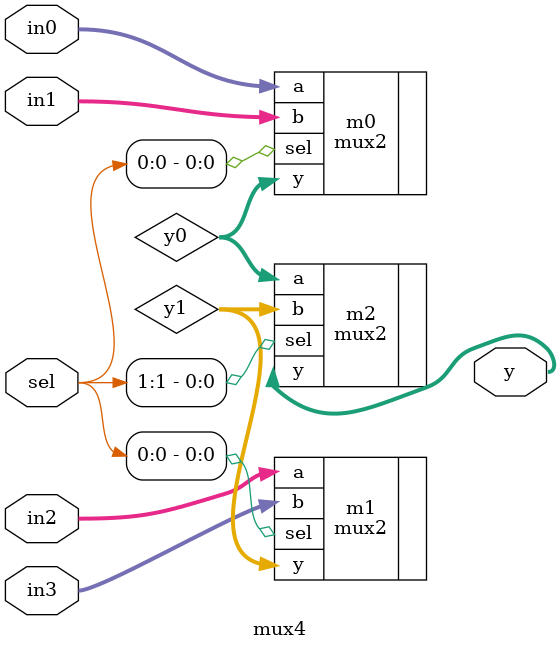
<source format=v>
`timescale 1ns / 1ps


module mux4#(
parameter N=128
)
(
input [N-1:0]in0,
input [N-1:0]in1,
input [N-1:0]in2,
input [N-1:0]in3,
input [1:0]sel,
output [N-1:0]y
);
wire [N-1:0]y0,y1;
mux2 #(N)m0(
            .a(in0),
            .b(in1),
            .sel(sel[0]),
            .y(y0)
            );
mux2 #(N)m1(
            .a(in2),
            .b(in3),
            .sel(sel[0]),
            .y(y1)
            );
mux2 #(N)m2(
            .a(y0),
            .b(y1),
            .sel(sel[1]),
            .y(y)
            );
endmodule

</source>
